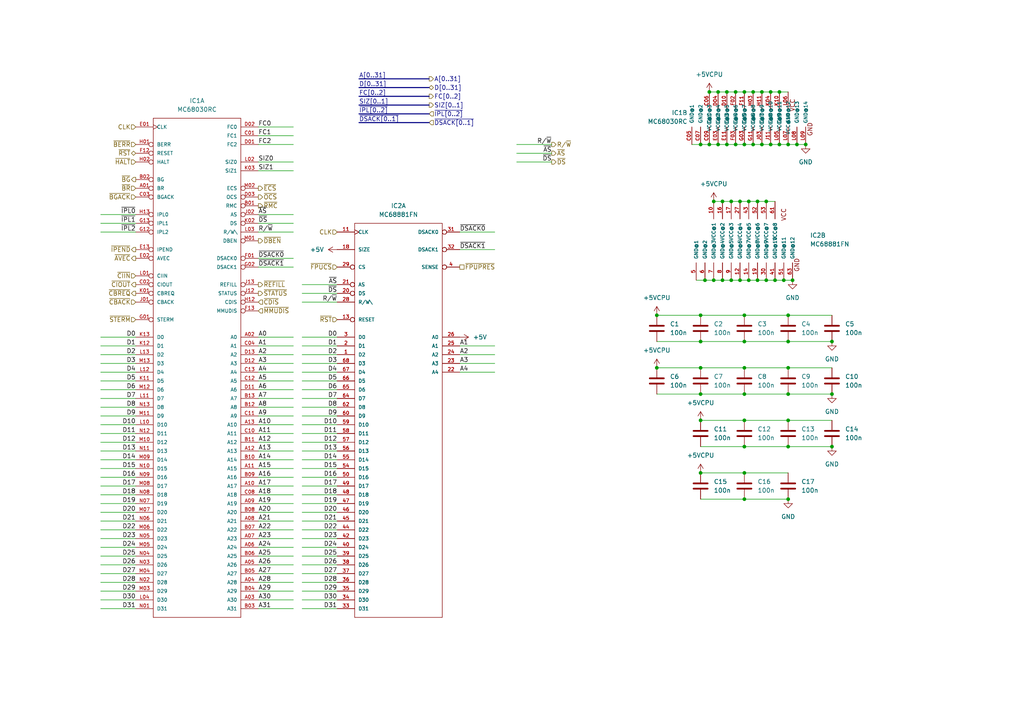
<source format=kicad_sch>
(kicad_sch (version 20230121) (generator eeschema)
  (paper "A4")
  (lib_symbols
    (symbol "Device:C" (pin_numbers hide) (pin_names (offset 0.254))
      (property "Reference" "C" (at 0.635 2.54 0))
      (property "Value" "C" (at 0.635 -2.54 0))
      (symbol "C_0_1"
        (polyline (pts (xy -2.032 -0.762) (xy 2.032 -0.762)) (stroke (width 0.508)))
        (polyline (pts (xy -2.032 0.762) (xy 2.032 0.762)) (stroke (width 0.508)))
      )
      (symbol "C_1_1"
        (pin passive line (at 0 3.81 270) (length 2.794) (name "~") (number "1"))
        (pin passive line (at 0 -3.81 90) (length 2.794) (name "~") (number "2"))
      )
    )
    (symbol "m68k-hbc-pwr:+5VCPU" (power) (in_bom no) (on_board no)
      (property "Value" "+5VCPU" (at 0 3.81 0))
      (symbol "+5VCPU_0_1"
        (polyline (pts (xy -0.762 1.27) (xy 0 2.54)))
        (polyline (pts (xy 0 0) (xy 0 2.54)))
        (polyline (pts (xy 0 2.54) (xy 0.762 1.27)))
      )
      (symbol "+5VCPU_1_1"
        (pin power_in line (at 0 0 90) (length 0) hide (name "+5VCPU") (number "1"))
      )
    )
    (symbol "micro-mc68000:MC68030RC" (pin_names (offset 1.016))
      (property "Reference" "IC" (at -12.7 71.755 0))
      (property "Value" "MC68030RC" (at -12.7 -76.2 0))
      (symbol "MC68030RC_1_0"
        (polyline (pts (xy -12.7 -73.66) (xy -12.7 71.12)))
        (polyline (pts (xy -12.7 -73.66) (xy 12.7 -73.66)))
        (polyline (pts (xy 12.7 71.12) (xy -12.7 71.12)))
        (polyline (pts (xy 12.7 71.12) (xy 12.7 -73.66)))
      )
      (symbol "MC68030RC_1_1"
        (pin input inverted (at -17.78 50.8 0) (length 5.08) (name "BR") (number "A01"))
        (pin output line (at 17.78 7.62 180) (length 5.08) (name "A0") (number "A02"))
        (pin output line (at 17.78 -68.58 180) (length 5.08) (name "A30") (number "A03"))
        (pin output line (at 17.78 -63.5 180) (length 5.08) (name "A28") (number "A04"))
        (pin output line (at 17.78 -58.42 180) (length 5.08) (name "A26") (number "A05"))
        (pin output line (at 17.78 -53.34 180) (length 5.08) (name "A24") (number "A06"))
        (pin output line (at 17.78 -50.8 180) (length 5.08) (name "A23") (number "A07"))
        (pin output line (at 17.78 -45.72 180) (length 5.08) (name "A21") (number "A08"))
        (pin output line (at 17.78 -40.64 180) (length 5.08) (name "A19") (number "A09"))
        (pin output line (at 17.78 -35.56 180) (length 5.08) (name "A17") (number "A10"))
        (pin output line (at 17.78 -30.48 180) (length 5.08) (name "A15") (number "A11"))
        (pin output line (at 17.78 -25.4 180) (length 5.08) (name "A13") (number "A12"))
        (pin output line (at 17.78 -17.78 180) (length 5.08) (name "A10") (number "A13"))
        (pin output inverted (at 17.78 45.72 180) (length 5.08) (name "RMC") (number "B01"))
        (pin output inverted (at -17.78 53.34 0) (length 5.08) (name "BG") (number "B02"))
        (pin output line (at 17.78 -71.12 180) (length 5.08) (name "A31") (number "B03"))
        (pin output line (at 17.78 -66.04 180) (length 5.08) (name "A29") (number "B04"))
        (pin output line (at 17.78 -60.96 180) (length 5.08) (name "A27") (number "B05"))
        (pin output line (at 17.78 -55.88 180) (length 5.08) (name "A25") (number "B06"))
        (pin output line (at 17.78 -48.26 180) (length 5.08) (name "A22") (number "B07"))
        (pin output line (at 17.78 -43.18 180) (length 5.08) (name "A20") (number "B08"))
        (pin output line (at 17.78 -33.02 180) (length 5.08) (name "A16") (number "B09"))
        (pin output line (at 17.78 -27.94 180) (length 5.08) (name "A14") (number "B10"))
        (pin output line (at 17.78 -22.86 180) (length 5.08) (name "A12") (number "B11"))
        (pin output line (at 17.78 -12.7 180) (length 5.08) (name "A8") (number "B12"))
        (pin output line (at 17.78 -10.16 180) (length 5.08) (name "A7") (number "B13"))
        (pin output line (at 17.78 66.04 180) (length 5.08) (name "FC1") (number "C01"))
        (pin output inverted (at -17.78 22.86 0) (length 5.08) (name "CIOUT") (number "C02"))
        (pin input inverted (at -17.78 48.26 0) (length 5.08) (name "BGACK") (number "C03"))
        (pin output line (at 17.78 5.08 180) (length 5.08) (name "A1") (number "C04"))
        (pin output line (at 17.78 -38.1 180) (length 5.08) (name "A18") (number "C08"))
        (pin output line (at 17.78 -20.32 180) (length 5.08) (name "A11") (number "C10"))
        (pin output line (at 17.78 -15.24 180) (length 5.08) (name "A9") (number "C11"))
        (pin output line (at 17.78 -5.08 180) (length 5.08) (name "A5") (number "C12"))
        (pin output line (at 17.78 -2.54 180) (length 5.08) (name "A4") (number "C13"))
        (pin output line (at 17.78 63.5 180) (length 5.08) (name "FC2") (number "D01"))
        (pin output line (at 17.78 68.58 180) (length 5.08) (name "FC0") (number "D02"))
        (pin output inverted (at 17.78 48.26 180) (length 5.08) (name "OCS") (number "D03"))
        (pin output line (at 17.78 -7.62 180) (length 5.08) (name "A6") (number "D11"))
        (pin output line (at 17.78 0 180) (length 5.08) (name "A3") (number "D12"))
        (pin output line (at 17.78 2.54 180) (length 5.08) (name "A2") (number "D13"))
        (pin input clock (at -17.78 68.58 0) (length 5.08) (name "CLK") (number "E01"))
        (pin input inverted (at -17.78 30.48 0) (length 5.08) (name "AVEC") (number "E02"))
        (pin output inverted (at -17.78 33.02 0) (length 5.08) (name "IPEND") (number "E13"))
        (pin input inverted (at 17.78 30.48 180) (length 5.08) (name "DSACK0") (number "F01"))
        (pin bidirectional inverted (at -17.78 60.96 0) (length 5.08) (name "RESET") (number "F12"))
        (pin input inverted (at 17.78 15.24 180) (length 5.08) (name "MMUDIS") (number "F13"))
        (pin input inverted (at -17.78 12.7 0) (length 5.08) (name "STERM") (number "G01"))
        (pin input inverted (at 17.78 27.94 180) (length 5.08) (name "DSACK1") (number "G02"))
        (pin input inverted (at -17.78 38.1 0) (length 5.08) (name "IPL2") (number "G12"))
        (pin input inverted (at -17.78 40.64 0) (length 5.08) (name "IPL1") (number "G13"))
        (pin input inverted (at -17.78 63.5 0) (length 5.08) (name "BERR") (number "H01"))
        (pin input inverted (at -17.78 58.42 0) (length 5.08) (name "HALT") (number "H02"))
        (pin input inverted (at 17.78 17.78 180) (length 5.08) (name "CDIS") (number "H12"))
        (pin input inverted (at -17.78 43.18 0) (length 5.08) (name "IPL0") (number "H13"))
        (pin input inverted (at -17.78 17.78 0) (length 5.08) (name "CBACK") (number "J01"))
        (pin output inverted (at 17.78 43.18 180) (length 5.08) (name "AS") (number "J02"))
        (pin output inverted (at 17.78 20.32 180) (length 5.08) (name "STATUS") (number "J12"))
        (pin output inverted (at 17.78 22.86 180) (length 5.08) (name "REFILL") (number "J13"))
        (pin output inverted (at -17.78 20.32 0) (length 5.08) (name "CBREQ") (number "K01"))
        (pin output inverted (at 17.78 40.64 180) (length 5.08) (name "DS") (number "K02"))
        (pin output line (at 17.78 55.88 180) (length 5.08) (name "SIZ1") (number "K03"))
        (pin bidirectional line (at -17.78 -5.08 0) (length 5.08) (name "D5") (number "K11"))
        (pin bidirectional line (at -17.78 5.08 0) (length 5.08) (name "D1") (number "K12"))
        (pin bidirectional line (at -17.78 7.62 0) (length 5.08) (name "D0") (number "K13"))
        (pin input inverted (at -17.78 25.4 0) (length 5.08) (name "CIIN") (number "L01"))
        (pin output line (at 17.78 58.42 180) (length 5.08) (name "SIZ0") (number "L02"))
        (pin output line (at 17.78 38.1 180) (length 5.08) (name "R/W\\") (number "L03"))
        (pin bidirectional line (at -17.78 -68.58 0) (length 5.08) (name "D30") (number "L04"))
        (pin bidirectional line (at -17.78 -17.78 0) (length 5.08) (name "D10") (number "L10"))
        (pin bidirectional line (at -17.78 -10.16 0) (length 5.08) (name "D7") (number "L11"))
        (pin bidirectional line (at -17.78 -2.54 0) (length 5.08) (name "D4") (number "L12"))
        (pin bidirectional line (at -17.78 2.54 0) (length 5.08) (name "D2") (number "L13"))
        (pin output inverted (at 17.78 35.56 180) (length 5.08) (name "DBEN") (number "M01"))
        (pin output inverted (at 17.78 50.8 180) (length 5.08) (name "ECS") (number "M02"))
        (pin bidirectional line (at -17.78 -66.04 0) (length 5.08) (name "D29") (number "M03"))
        (pin bidirectional line (at -17.78 -60.96 0) (length 5.08) (name "D27") (number "M04"))
        (pin bidirectional line (at -17.78 -53.34 0) (length 5.08) (name "D24") (number "M05"))
        (pin bidirectional line (at -17.78 -48.26 0) (length 5.08) (name "D22") (number "M06"))
        (pin bidirectional line (at -17.78 -43.18 0) (length 5.08) (name "D20") (number "M07"))
        (pin bidirectional line (at -17.78 -35.56 0) (length 5.08) (name "D17") (number "M08"))
        (pin bidirectional line (at -17.78 -27.94 0) (length 5.08) (name "D14") (number "M09"))
        (pin bidirectional line (at -17.78 -22.86 0) (length 5.08) (name "D12") (number "M10"))
        (pin bidirectional line (at -17.78 -15.24 0) (length 5.08) (name "D9") (number "M11"))
        (pin bidirectional line (at -17.78 -7.62 0) (length 5.08) (name "D6") (number "M12"))
        (pin bidirectional line (at -17.78 0 0) (length 5.08) (name "D3") (number "M13"))
        (pin bidirectional line (at -17.78 -71.12 0) (length 5.08) (name "D31") (number "N01"))
        (pin bidirectional line (at -17.78 -63.5 0) (length 5.08) (name "D28") (number "N02"))
        (pin bidirectional line (at -17.78 -58.42 0) (length 5.08) (name "D26") (number "N03"))
        (pin bidirectional line (at -17.78 -55.88 0) (length 5.08) (name "D25") (number "N04"))
        (pin bidirectional line (at -17.78 -50.8 0) (length 5.08) (name "D23") (number "N05"))
        (pin bidirectional line (at -17.78 -45.72 0) (length 5.08) (name "D21") (number "N06"))
        (pin bidirectional line (at -17.78 -40.64 0) (length 5.08) (name "D19") (number "N07"))
        (pin bidirectional line (at -17.78 -38.1 0) (length 5.08) (name "D18") (number "N08"))
        (pin bidirectional line (at -17.78 -33.02 0) (length 5.08) (name "D16") (number "N09"))
        (pin bidirectional line (at -17.78 -30.48 0) (length 5.08) (name "D15") (number "N10"))
        (pin bidirectional line (at -17.78 -25.4 0) (length 5.08) (name "D13") (number "N11"))
        (pin bidirectional line (at -17.78 -20.32 0) (length 5.08) (name "D11") (number "N12"))
        (pin bidirectional line (at -17.78 -12.7 0) (length 5.08) (name "D8") (number "N13"))
      )
      (symbol "MC68030RC_2_0"
        (text "GND" (at 19.05 -3.175 1) (effects (font (size 1.27 1.27))))
        (text "VCC" (at 13.97 3.81 1) (effects (font (size 1.27 1.27))))
      )
      (symbol "MC68030RC_2_1"
        (pin power_in line (at -15.24 -7.62 90) (length 5.08) (name "GND@1") (number "C05"))
        (pin power_in line (at -10.16 7.62 270) (length 5.08) (name "VCC@1") (number "C06"))
        (pin power_in line (at -12.7 -7.62 90) (length 5.08) (name "GND@2") (number "C07"))
        (pin power_in line (at -10.16 -7.62 90) (length 5.08) (name "GND@3") (number "C09"))
        (pin power_in line (at -7.62 7.62 270) (length 5.08) (name "VCC@2") (number "D04"))
        (pin power_in line (at -5.08 7.62 270) (length 5.08) (name "VCC@3") (number "D10"))
        (pin power_in line (at -7.62 -7.62 90) (length 5.08) (name "GND@4") (number "E03"))
        (pin power_in line (at -5.08 -7.62 90) (length 5.08) (name "GND@5") (number "E11"))
        (pin power_in line (at -2.54 7.62 270) (length 5.08) (name "VCC@4") (number "F02"))
        (pin power_in line (at -2.54 -7.62 90) (length 5.08) (name "GND@6") (number "F03"))
        (pin power_in line (at 0 7.62 270) (length 5.08) (name "VCC@5") (number "F11"))
        (pin power_in line (at 0 -7.62 90) (length 5.08) (name "GND@7") (number "G03"))
        (pin power_in line (at 2.54 -7.62 90) (length 5.08) (name "GND@8") (number "G11"))
        (pin power_in line (at 2.54 7.62 270) (length 5.08) (name "VCC@6") (number "H03"))
        (pin power_in line (at 5.08 7.62 270) (length 5.08) (name "VCC@7") (number "H11"))
        (pin power_in line (at 5.08 -7.62 90) (length 5.08) (name "GND@9") (number "J03"))
        (pin power_in line (at 7.62 -7.62 90) (length 5.08) (name "GND@10") (number "J11"))
        (pin power_in line (at 7.62 7.62 270) (length 5.08) (name "VCC@8") (number "K04"))
        (pin power_in line (at 10.16 7.62 270) (length 5.08) (name "VCC@9") (number "K10"))
        (pin power_in line (at 10.16 -7.62 90) (length 5.08) (name "GND@11") (number "L05"))
        (pin power_in line (at 12.7 7.62 270) (length 5.08) (name "VCC@10") (number "L06"))
        (pin power_in line (at 12.7 -7.62 90) (length 5.08) (name "GND@12") (number "L07"))
        (pin power_in line (at 15.24 -7.62 90) (length 5.08) (name "GND@13") (number "L08"))
        (pin power_in line (at 17.78 -7.62 90) (length 5.08) (name "GND@14") (number "L09"))
      )
    )
    (symbol "micro-mc68000:MC68881FN" (pin_names (offset 1.016))
      (property "Reference" "IC" (at -12.7 56.515 0))
      (property "Value" "MC68881FN" (at -12.7 -60.96 0))
      (symbol "MC68881FN_1_0"
        (polyline (pts (xy -12.7 -58.42) (xy -12.7 55.88)))
        (polyline (pts (xy -12.7 -58.42) (xy 12.7 -58.42)))
        (polyline (pts (xy 12.7 55.88) (xy -12.7 55.88)))
        (polyline (pts (xy 12.7 55.88) (xy 12.7 -58.42)))
      )
      (symbol "MC68881FN_1_1"
        (pin bidirectional line (at -17.78 17.78 0) (length 5.08) (name "D2") (number "1"))
        (pin input clock (at -17.78 53.34 0) (length 5.08) (name "CLK") (number "11"))
        (pin input inverted (at -17.78 27.94 0) (length 5.08) (name "RESET") (number "13"))
        (pin input line (at -17.78 48.26 0) (length 5.08) (name "SIZE") (number "18"))
        (pin bidirectional line (at -17.78 20.32 0) (length 5.08) (name "D1") (number "2"))
        (pin input inverted (at -17.78 35.56 0) (length 5.08) (name "DS") (number "20"))
        (pin input inverted (at -17.78 38.1 0) (length 5.08) (name "AS") (number "21"))
        (pin input line (at 17.78 12.7 180) (length 5.08) (name "A4") (number "22"))
        (pin input line (at 17.78 15.24 180) (length 5.08) (name "A3") (number "23"))
        (pin input line (at 17.78 17.78 180) (length 5.08) (name "A2") (number "24"))
        (pin input line (at 17.78 20.32 180) (length 5.08) (name "A1") (number "25"))
        (pin input line (at 17.78 22.86 180) (length 5.08) (name "A0") (number "26"))
        (pin input line (at -17.78 33.02 0) (length 5.08) (name "R/W\\") (number "28"))
        (pin input inverted (at -17.78 43.18 0) (length 5.08) (name "CS") (number "29"))
        (pin bidirectional line (at -17.78 22.86 0) (length 5.08) (name "D0") (number "3"))
        (pin output inverted (at 17.78 53.34 180) (length 5.08) (name "DSACK0") (number "31"))
        (pin output inverted (at 17.78 48.26 180) (length 5.08) (name "DSACK1") (number "32"))
        (pin bidirectional line (at -17.78 -55.88 0) (length 5.08) (name "D31") (number "33"))
        (pin bidirectional line (at -17.78 -53.34 0) (length 5.08) (name "D30") (number "34"))
        (pin bidirectional line (at -17.78 -50.8 0) (length 5.08) (name "D29") (number "35"))
        (pin bidirectional line (at -17.78 -48.26 0) (length 5.08) (name "D28") (number "36"))
        (pin bidirectional line (at -17.78 -45.72 0) (length 5.08) (name "D27") (number "37"))
        (pin bidirectional line (at -17.78 -43.18 0) (length 5.08) (name "D26") (number "38"))
        (pin bidirectional line (at -17.78 -40.64 0) (length 5.08) (name "D25") (number "39"))
        (pin bidirectional inverted (at 17.78 43.18 180) (length 5.08) (name "SENSE") (number "4"))
        (pin bidirectional line (at -17.78 -38.1 0) (length 5.08) (name "D24") (number "40"))
        (pin bidirectional line (at -17.78 -35.56 0) (length 5.08) (name "D23") (number "42"))
        (pin bidirectional line (at -17.78 -33.02 0) (length 5.08) (name "D22") (number "44"))
        (pin bidirectional line (at -17.78 -30.48 0) (length 5.08) (name "D21") (number "45"))
        (pin bidirectional line (at -17.78 -27.94 0) (length 5.08) (name "D20") (number "46"))
        (pin bidirectional line (at -17.78 -25.4 0) (length 5.08) (name "D19") (number "47"))
        (pin bidirectional line (at -17.78 -22.86 0) (length 5.08) (name "D18") (number "48"))
        (pin bidirectional line (at -17.78 -20.32 0) (length 5.08) (name "D17") (number "49"))
        (pin bidirectional line (at -17.78 -17.78 0) (length 5.08) (name "D16") (number "50"))
        (pin bidirectional line (at -17.78 -15.24 0) (length 5.08) (name "D15") (number "54"))
        (pin bidirectional line (at -17.78 -12.7 0) (length 5.08) (name "D14") (number "55"))
        (pin bidirectional line (at -17.78 -10.16 0) (length 5.08) (name "D13") (number "56"))
        (pin bidirectional line (at -17.78 -7.62 0) (length 5.08) (name "D12") (number "57"))
        (pin bidirectional line (at -17.78 -5.08 0) (length 5.08) (name "D11") (number "58"))
        (pin bidirectional line (at -17.78 -2.54 0) (length 5.08) (name "D10") (number "59"))
        (pin bidirectional line (at -17.78 0 0) (length 5.08) (name "D9") (number "60"))
        (pin bidirectional line (at -17.78 2.54 0) (length 5.08) (name "D8") (number "62"))
        (pin bidirectional line (at -17.78 5.08 0) (length 5.08) (name "D7") (number "64"))
        (pin bidirectional line (at -17.78 7.62 0) (length 5.08) (name "D6") (number "65"))
        (pin bidirectional line (at -17.78 10.16 0) (length 5.08) (name "D5") (number "66"))
        (pin bidirectional line (at -17.78 12.7 0) (length 5.08) (name "D4") (number "67"))
        (pin bidirectional line (at -17.78 15.24 0) (length 5.08) (name "D3") (number "68"))
      )
      (symbol "MC68881FN_2_0"
        (text "GND" (at 16.51 -3.175 1) (effects (font (size 1.27 1.27))))
        (text "VCC" (at 12.7 11.43 1) (effects (font (size 1.27 1.27))))
      )
      (symbol "MC68881FN_2_1"
        (pin power_in line (at -7.62 15.24 270) (length 5.08) (name "VCC@1") (number "10"))
        (pin power_in line (at 0 -7.62 90) (length 5.08) (name "GND@6") (number "12"))
        (pin power_in line (at 2.54 -7.62 90) (length 5.08) (name "GND@7") (number "14"))
        (pin power_in line (at -5.08 15.24 270) (length 5.08) (name "VCC@2") (number "16"))
        (pin power_in line (at -2.54 15.24 270) (length 5.08) (name "VCC@3") (number "17"))
        (pin power_in line (at 5.08 -7.62 90) (length 5.08) (name "GND@8") (number "19"))
        (pin power_in line (at 0 15.24 270) (length 5.08) (name "VCC@4") (number "27"))
        (pin power_in line (at 7.62 -7.62 90) (length 5.08) (name "GND@9") (number "30"))
        (pin power_in line (at 10.16 -7.62 90) (length 5.08) (name "GND@10") (number "41"))
        (pin power_in line (at 2.54 15.24 270) (length 5.08) (name "VCC@5") (number "43"))
        (pin power_in line (at -12.7 -7.62 90) (length 5.08) (name "GND@1") (number "5"))
        (pin power_in line (at 12.7 -7.62 90) (length 5.08) (name "GND@11") (number "51"))
        (pin power_in line (at 5.08 15.24 270) (length 5.08) (name "VCC@6") (number "52"))
        (pin power_in line (at 7.62 15.24 270) (length 5.08) (name "VCC@7") (number "53"))
        (pin power_in line (at -10.16 -7.62 90) (length 5.08) (name "GND@2") (number "6"))
        (pin power_in line (at 10.16 15.24 270) (length 5.08) (name "VCC@8") (number "61"))
        (pin power_in line (at 15.24 -7.62 90) (length 5.08) (name "GND@12") (number "63"))
        (pin power_in line (at -7.62 -7.62 90) (length 5.08) (name "GND@3") (number "7"))
        (pin power_in line (at -5.08 -7.62 90) (length 5.08) (name "GND@4") (number "8"))
        (pin power_in line (at -2.54 -7.62 90) (length 5.08) (name "GND@5") (number "9"))
      )
    )
    (symbol "power:+5V" (power) (pin_names (offset 0))
      (property "Value" "+5V" (at 0 3.556 0))
      (symbol "+5V_0_1"
        (polyline (pts (xy -0.762 1.27) (xy 0 2.54)))
        (polyline (pts (xy 0 0) (xy 0 2.54)))
        (polyline (pts (xy 0 2.54) (xy 0.762 1.27)))
      )
      (symbol "+5V_1_1"
        (pin power_in line (at 0 0 90) (length 0) hide (name "+5V") (number "1"))
      )
    )
    (symbol "power:GND" (power) (pin_names (offset 0))
      (property "Value" "GND" (at 0 -3.81 0))
      (symbol "GND_0_1"
        (polyline (pts (xy 0 0) (xy 0 -1.27) (xy 1.27 -1.27) (xy 0 -2.54) (xy -1.27 -1.27) (xy 0 -1.27)))
      )
      (symbol "GND_1_1"
        (pin power_in line (at 0 0 270) (length 0) hide (name "GND") (number "1"))
      )
    )
  )
  (junction (at 220.98 26.67))
  (junction (at 223.52 26.67))
  (junction (at 215.9 114.3))
  (junction (at 224.79 81.28))
  (junction (at 208.28 41.91))
  (junction (at 203.2 137.16))
  (junction (at 205.74 41.91))
  (junction (at 209.55 81.28))
  (junction (at 228.6 91.44))
  (junction (at 241.3 129.54))
  (junction (at 215.9 26.67))
  (junction (at 213.36 26.67))
  (junction (at 226.06 26.67))
  (junction (at 228.6 114.3))
  (junction (at 215.9 129.54))
  (junction (at 228.6 99.06))
  (junction (at 219.71 81.28))
  (junction (at 227.33 81.28))
  (junction (at 223.52 41.91))
  (junction (at 208.28 26.67))
  (junction (at 228.6 106.68))
  (junction (at 214.63 81.28))
  (junction (at 215.9 91.44))
  (junction (at 241.3 114.3))
  (junction (at 218.44 26.67))
  (junction (at 215.9 137.16))
  (junction (at 203.2 91.44))
  (junction (at 203.2 121.92))
  (junction (at 210.82 26.67))
  (junction (at 209.55 58.42))
  (junction (at 212.09 81.28))
  (junction (at 215.9 121.92))
  (junction (at 210.82 41.91))
  (junction (at 203.2 99.06))
  (junction (at 215.9 106.68))
  (junction (at 226.06 41.91))
  (junction (at 215.9 144.78))
  (junction (at 233.68 41.91))
  (junction (at 228.6 144.78))
  (junction (at 228.6 129.54))
  (junction (at 219.71 58.42))
  (junction (at 207.01 58.42))
  (junction (at 190.5 91.44))
  (junction (at 229.87 81.28))
  (junction (at 241.3 99.06))
  (junction (at 218.44 41.91))
  (junction (at 214.63 58.42))
  (junction (at 204.47 81.28))
  (junction (at 231.14 41.91))
  (junction (at 213.36 41.91))
  (junction (at 205.74 26.67))
  (junction (at 228.6 41.91))
  (junction (at 222.25 58.42))
  (junction (at 228.6 121.92))
  (junction (at 190.5 106.68))
  (junction (at 203.2 114.3))
  (junction (at 203.2 41.91))
  (junction (at 203.2 106.68))
  (junction (at 215.9 41.91))
  (junction (at 217.17 58.42))
  (junction (at 207.01 81.28))
  (junction (at 220.98 41.91))
  (junction (at 222.25 81.28))
  (junction (at 217.17 81.28))
  (junction (at 215.9 99.06))
  (junction (at 212.09 58.42))
  (wire (pts (xy 87.63 156.21) (xy 97.79 156.21)))
  (wire (pts (xy 87.63 153.67) (xy 97.79 153.67)))
  (wire (pts (xy 29.21 105.41) (xy 39.37 105.41)))
  (wire (pts (xy 85.09 143.51) (xy 74.93 143.51)))
  (wire (pts (xy 87.63 133.35) (xy 97.79 133.35)))
  (wire (pts (xy 87.63 151.13) (xy 97.79 151.13)))
  (wire (pts (xy 212.09 81.28) (xy 209.55 81.28)))
  (wire (pts (xy 85.09 123.19) (xy 74.93 123.19)))
  (wire (pts (xy 87.63 146.05) (xy 97.79 146.05)))
  (wire (pts (xy 215.9 114.3) (xy 203.2 114.3)))
  (wire (pts (xy 85.09 115.57) (xy 74.93 115.57)))
  (wire (pts (xy 87.63 120.65) (xy 97.79 120.65)))
  (wire (pts (xy 223.52 41.91) (xy 220.98 41.91)))
  (wire (pts (xy 205.74 41.91) (xy 203.2 41.91)))
  (bus (pts (xy 104.14 22.86) (xy 124.46 22.86)))
  (wire (pts (xy 143.51 107.95) (xy 133.35 107.95)))
  (wire (pts (xy 85.09 110.49) (xy 74.93 110.49)))
  (wire (pts (xy 87.63 125.73) (xy 97.79 125.73)))
  (wire (pts (xy 29.21 161.29) (xy 39.37 161.29)))
  (wire (pts (xy 85.09 120.65) (xy 74.93 120.65)))
  (wire (pts (xy 87.63 87.63) (xy 97.79 87.63)))
  (wire (pts (xy 149.86 44.45) (xy 160.02 44.45)))
  (wire (pts (xy 29.21 148.59) (xy 39.37 148.59)))
  (wire (pts (xy 85.09 151.13) (xy 74.93 151.13)))
  (wire (pts (xy 87.63 113.03) (xy 97.79 113.03)))
  (wire (pts (xy 85.09 118.11) (xy 74.93 118.11)))
  (wire (pts (xy 210.82 26.67) (xy 213.36 26.67)))
  (wire (pts (xy 29.21 163.83) (xy 39.37 163.83)))
  (wire (pts (xy 213.36 41.91) (xy 210.82 41.91)))
  (wire (pts (xy 85.09 153.67) (xy 74.93 153.67)))
  (wire (pts (xy 85.09 97.79) (xy 74.93 97.79)))
  (wire (pts (xy 85.09 100.33) (xy 74.93 100.33)))
  (wire (pts (xy 214.63 81.28) (xy 212.09 81.28)))
  (wire (pts (xy 29.21 67.31) (xy 39.37 67.31)))
  (wire (pts (xy 143.51 72.39) (xy 133.35 72.39)))
  (wire (pts (xy 87.63 110.49) (xy 97.79 110.49)))
  (wire (pts (xy 85.09 107.95) (xy 74.93 107.95)))
  (wire (pts (xy 85.09 135.89) (xy 74.93 135.89)))
  (wire (pts (xy 241.3 129.54) (xy 228.6 129.54)))
  (wire (pts (xy 85.09 113.03) (xy 74.93 113.03)))
  (wire (pts (xy 203.2 91.44) (xy 215.9 91.44)))
  (wire (pts (xy 29.21 153.67) (xy 39.37 153.67)))
  (wire (pts (xy 207.01 58.42) (xy 209.55 58.42)))
  (wire (pts (xy 218.44 41.91) (xy 215.9 41.91)))
  (wire (pts (xy 233.68 41.91) (xy 231.14 41.91)))
  (wire (pts (xy 29.21 140.97) (xy 39.37 140.97)))
  (wire (pts (xy 85.09 148.59) (xy 74.93 148.59)))
  (wire (pts (xy 228.6 144.78) (xy 215.9 144.78)))
  (wire (pts (xy 29.21 135.89) (xy 39.37 135.89)))
  (wire (pts (xy 215.9 129.54) (xy 203.2 129.54)))
  (wire (pts (xy 85.09 77.47) (xy 74.93 77.47)))
  (wire (pts (xy 228.6 106.68) (xy 241.3 106.68)))
  (wire (pts (xy 214.63 58.42) (xy 217.17 58.42)))
  (wire (pts (xy 85.09 173.99) (xy 74.93 173.99)))
  (wire (pts (xy 212.09 58.42) (xy 214.63 58.42)))
  (wire (pts (xy 85.09 133.35) (xy 74.93 133.35)))
  (wire (pts (xy 215.9 144.78) (xy 203.2 144.78)))
  (wire (pts (xy 85.09 138.43) (xy 74.93 138.43)))
  (wire (pts (xy 143.51 67.31) (xy 133.35 67.31)))
  (bus (pts (xy 104.14 33.02) (xy 124.46 33.02)))
  (wire (pts (xy 220.98 41.91) (xy 218.44 41.91)))
  (wire (pts (xy 29.21 176.53) (xy 39.37 176.53)))
  (wire (pts (xy 87.63 140.97) (xy 97.79 140.97)))
  (wire (pts (xy 87.63 176.53) (xy 97.79 176.53)))
  (wire (pts (xy 224.79 81.28) (xy 222.25 81.28)))
  (wire (pts (xy 241.3 99.06) (xy 228.6 99.06)))
  (wire (pts (xy 143.51 105.41) (xy 133.35 105.41)))
  (wire (pts (xy 85.09 64.77) (xy 74.93 64.77)))
  (wire (pts (xy 87.63 130.81) (xy 97.79 130.81)))
  (wire (pts (xy 218.44 26.67) (xy 220.98 26.67)))
  (wire (pts (xy 149.86 46.99) (xy 160.02 46.99)))
  (wire (pts (xy 227.33 81.28) (xy 224.79 81.28)))
  (wire (pts (xy 215.9 99.06) (xy 203.2 99.06)))
  (wire (pts (xy 228.6 114.3) (xy 215.9 114.3)))
  (wire (pts (xy 228.6 121.92) (xy 241.3 121.92)))
  (wire (pts (xy 215.9 91.44) (xy 228.6 91.44)))
  (wire (pts (xy 143.51 102.87) (xy 133.35 102.87)))
  (wire (pts (xy 87.63 166.37) (xy 97.79 166.37)))
  (wire (pts (xy 190.5 91.44) (xy 203.2 91.44)))
  (wire (pts (xy 29.21 146.05) (xy 39.37 146.05)))
  (wire (pts (xy 85.09 163.83) (xy 74.93 163.83)))
  (wire (pts (xy 203.2 121.92) (xy 215.9 121.92)))
  (wire (pts (xy 29.21 158.75) (xy 39.37 158.75)))
  (wire (pts (xy 85.09 158.75) (xy 74.93 158.75)))
  (bus (pts (xy 104.14 27.94) (xy 124.46 27.94)))
  (bus (pts (xy 104.14 25.4) (xy 124.46 25.4)))
  (wire (pts (xy 29.21 168.91) (xy 39.37 168.91)))
  (wire (pts (xy 228.6 99.06) (xy 215.9 99.06)))
  (wire (pts (xy 190.5 106.68) (xy 203.2 106.68)))
  (wire (pts (xy 203.2 137.16) (xy 215.9 137.16)))
  (wire (pts (xy 210.82 41.91) (xy 208.28 41.91)))
  (wire (pts (xy 215.9 137.16) (xy 228.6 137.16)))
  (wire (pts (xy 85.09 128.27) (xy 74.93 128.27)))
  (wire (pts (xy 29.21 102.87) (xy 39.37 102.87)))
  (wire (pts (xy 143.51 100.33) (xy 133.35 100.33)))
  (wire (pts (xy 87.63 105.41) (xy 97.79 105.41)))
  (wire (pts (xy 85.09 49.53) (xy 74.93 49.53)))
  (wire (pts (xy 231.14 41.91) (xy 228.6 41.91)))
  (wire (pts (xy 85.09 102.87) (xy 74.93 102.87)))
  (bus (pts (xy 104.14 30.48) (xy 124.46 30.48)))
  (wire (pts (xy 29.21 130.81) (xy 39.37 130.81)))
  (wire (pts (xy 149.86 41.91) (xy 160.02 41.91)))
  (wire (pts (xy 215.9 41.91) (xy 213.36 41.91)))
  (wire (pts (xy 87.63 173.99) (xy 97.79 173.99)))
  (wire (pts (xy 87.63 118.11) (xy 97.79 118.11)))
  (wire (pts (xy 85.09 171.45) (xy 74.93 171.45)))
  (wire (pts (xy 29.21 156.21) (xy 39.37 156.21)))
  (wire (pts (xy 87.63 158.75) (xy 97.79 158.75)))
  (wire (pts (xy 85.09 130.81) (xy 74.93 130.81)))
  (wire (pts (xy 29.21 151.13) (xy 39.37 151.13)))
  (wire (pts (xy 85.09 176.53) (xy 74.93 176.53)))
  (wire (pts (xy 215.9 106.68) (xy 228.6 106.68)))
  (wire (pts (xy 228.6 41.91) (xy 226.06 41.91)))
  (wire (pts (xy 203.2 41.91) (xy 200.66 41.91)))
  (wire (pts (xy 203.2 106.68) (xy 215.9 106.68)))
  (wire (pts (xy 29.21 118.11) (xy 39.37 118.11)))
  (wire (pts (xy 209.55 58.42) (xy 212.09 58.42)))
  (wire (pts (xy 219.71 81.28) (xy 217.17 81.28)))
  (wire (pts (xy 228.6 91.44) (xy 241.3 91.44)))
  (wire (pts (xy 222.25 58.42) (xy 224.79 58.42)))
  (wire (pts (xy 87.63 115.57) (xy 97.79 115.57)))
  (wire (pts (xy 226.06 41.91) (xy 223.52 41.91)))
  (wire (pts (xy 29.21 133.35) (xy 39.37 133.35)))
  (wire (pts (xy 29.21 138.43) (xy 39.37 138.43)))
  (wire (pts (xy 87.63 143.51) (xy 97.79 143.51)))
  (wire (pts (xy 87.63 107.95) (xy 97.79 107.95)))
  (wire (pts (xy 203.2 114.3) (xy 190.5 114.3)))
  (wire (pts (xy 87.63 138.43) (xy 97.79 138.43)))
  (wire (pts (xy 85.09 140.97) (xy 74.93 140.97)))
  (wire (pts (xy 217.17 81.28) (xy 214.63 81.28)))
  (wire (pts (xy 29.21 62.23) (xy 39.37 62.23)))
  (wire (pts (xy 29.21 173.99) (xy 39.37 173.99)))
  (wire (pts (xy 209.55 81.28) (xy 207.01 81.28)))
  (wire (pts (xy 226.06 26.67) (xy 228.6 26.67)))
  (wire (pts (xy 85.09 62.23) (xy 74.93 62.23)))
  (wire (pts (xy 217.17 58.42) (xy 219.71 58.42)))
  (wire (pts (xy 85.09 39.37) (xy 74.93 39.37)))
  (wire (pts (xy 85.09 166.37) (xy 74.93 166.37)))
  (wire (pts (xy 29.21 97.79) (xy 39.37 97.79)))
  (wire (pts (xy 85.09 161.29) (xy 74.93 161.29)))
  (wire (pts (xy 223.52 26.67) (xy 226.06 26.67)))
  (wire (pts (xy 85.09 67.31) (xy 74.93 67.31)))
  (wire (pts (xy 208.28 41.91) (xy 205.74 41.91)))
  (wire (pts (xy 87.63 171.45) (xy 97.79 171.45)))
  (wire (pts (xy 29.21 125.73) (xy 39.37 125.73)))
  (wire (pts (xy 85.09 36.83) (xy 74.93 36.83)))
  (wire (pts (xy 87.63 123.19) (xy 97.79 123.19)))
  (wire (pts (xy 29.21 110.49) (xy 39.37 110.49)))
  (wire (pts (xy 29.21 143.51) (xy 39.37 143.51)))
  (wire (pts (xy 228.6 129.54) (xy 215.9 129.54)))
  (wire (pts (xy 87.63 163.83) (xy 97.79 163.83)))
  (wire (pts (xy 207.01 81.28) (xy 204.47 81.28)))
  (wire (pts (xy 29.21 107.95) (xy 39.37 107.95)))
  (wire (pts (xy 29.21 128.27) (xy 39.37 128.27)))
  (wire (pts (xy 87.63 161.29) (xy 97.79 161.29)))
  (wire (pts (xy 85.09 125.73) (xy 74.93 125.73)))
  (wire (pts (xy 29.21 123.19) (xy 39.37 123.19)))
  (wire (pts (xy 213.36 26.67) (xy 215.9 26.67)))
  (wire (pts (xy 29.21 166.37) (xy 39.37 166.37)))
  (wire (pts (xy 85.09 156.21) (xy 74.93 156.21)))
  (wire (pts (xy 87.63 85.09) (xy 97.79 85.09)))
  (wire (pts (xy 222.25 81.28) (xy 219.71 81.28)))
  (wire (pts (xy 29.21 171.45) (xy 39.37 171.45)))
  (wire (pts (xy 29.21 64.77) (xy 39.37 64.77)))
  (wire (pts (xy 85.09 105.41) (xy 74.93 105.41)))
  (wire (pts (xy 29.21 100.33) (xy 39.37 100.33)))
  (wire (pts (xy 85.09 74.93) (xy 74.93 74.93)))
  (wire (pts (xy 87.63 97.79) (xy 97.79 97.79)))
  (wire (pts (xy 87.63 135.89) (xy 97.79 135.89)))
  (wire (pts (xy 87.63 128.27) (xy 97.79 128.27)))
  (wire (pts (xy 29.21 120.65) (xy 39.37 120.65)))
  (wire (pts (xy 215.9 26.67) (xy 218.44 26.67)))
  (wire (pts (xy 85.09 46.99) (xy 74.93 46.99)))
  (wire (pts (xy 85.09 41.91) (xy 74.93 41.91)))
  (wire (pts (xy 208.28 26.67) (xy 210.82 26.67)))
  (wire (pts (xy 220.98 26.67) (xy 223.52 26.67)))
  (wire (pts (xy 29.21 115.57) (xy 39.37 115.57)))
  (wire (pts (xy 204.47 81.28) (xy 201.93 81.28)))
  (wire (pts (xy 87.63 100.33) (xy 97.79 100.33)))
  (wire (pts (xy 229.87 81.28) (xy 227.33 81.28)))
  (bus (pts (xy 104.14 35.56) (xy 124.46 35.56)))
  (wire (pts (xy 29.21 113.03) (xy 39.37 113.03)))
  (wire (pts (xy 87.63 168.91) (xy 97.79 168.91)))
  (wire (pts (xy 219.71 58.42) (xy 222.25 58.42)))
  (wire (pts (xy 85.09 168.91) (xy 74.93 168.91)))
  (wire (pts (xy 87.63 82.55) (xy 97.79 82.55)))
  (wire (pts (xy 85.09 146.05) (xy 74.93 146.05)))
  (wire (pts (xy 205.74 26.67) (xy 208.28 26.67)))
  (wire (pts (xy 215.9 121.92) (xy 228.6 121.92)))
  (wire (pts (xy 87.63 102.87) (xy 97.79 102.87)))
  (wire (pts (xy 241.3 114.3) (xy 228.6 114.3)))
  (wire (pts (xy 203.2 99.06) (xy 190.5 99.06)))
  (wire (pts (xy 87.63 148.59) (xy 97.79 148.59)))
  (label "D31" (at 97.79 176.53 180))
  (label "A1" (at 133.35 100.33 0))
  (label "D24" (at 39.37 158.75 180))
  (label "A22" (at 74.93 153.67 0))
  (label "A9" (at 74.93 120.65 0))
  (label "D18" (at 97.79 143.51 180))
  (label "~{DSACK[0..1]}" (at 104.14 35.56 0))
  (label "D4" (at 39.37 107.95 180))
  (label "D2" (at 97.79 102.87 180))
  (label "A7" (at 74.93 115.57 0))
  (label "A2" (at 133.35 102.87 0))
  (label "D10" (at 97.79 123.19 180))
  (label "A0" (at 74.93 97.79 0))
  (label "D13" (at 97.79 130.81 180))
  (label "D29" (at 97.79 171.45 180))
  (label "A16" (at 74.93 138.43 0))
  (label "A29" (at 74.93 171.45 0))
  (label "~{IPL1}" (at 39.37 64.77 180))
  (label "D14" (at 39.37 133.35 180))
  (label "D8" (at 39.37 118.11 180))
  (label "D17" (at 97.79 140.97 180))
  (label "A20" (at 74.93 148.59 0))
  (label "D12" (at 97.79 128.27 180))
  (label "A1" (at 74.93 100.33 0))
  (label "D0" (at 97.79 97.79 180))
  (label "D20" (at 39.37 148.59 180))
  (label "A28" (at 74.93 168.91 0))
  (label "A3" (at 133.35 105.41 0))
  (label "D27" (at 39.37 166.37 180))
  (label "D16" (at 39.37 138.43 180))
  (label "~{DSACK0}" (at 133.35 67.31 0))
  (label "D5" (at 39.37 110.49 180))
  (label "A17" (at 74.93 140.97 0))
  (label "A5" (at 74.93 110.49 0))
  (label "FC2" (at 74.93 41.91 0))
  (label "FC0" (at 74.93 36.83 0))
  (label "A31" (at 74.93 176.53 0))
  (label "D13" (at 39.37 130.81 180))
  (label "D19" (at 97.79 146.05 180))
  (label "A10" (at 74.93 123.19 0))
  (label "A[0..31]" (at 104.14 22.86 0))
  (label "D25" (at 97.79 161.29 180))
  (label "~{IPL0}" (at 39.37 62.23 180))
  (label "D16" (at 97.79 138.43 180))
  (label "D1" (at 97.79 100.33 180))
  (label "A24" (at 74.93 158.75 0))
  (label "D15" (at 97.79 135.89 180))
  (label "A15" (at 74.93 135.89 0))
  (label "A8" (at 74.93 118.11 0))
  (label "~{AS}" (at 97.79 82.55 180))
  (label "D1" (at 39.37 100.33 180))
  (label "R{slash}~{W}" (at 74.93 67.31 0))
  (label "D3" (at 39.37 105.41 180))
  (label "A14" (at 74.93 133.35 0))
  (label "D25" (at 39.37 161.29 180))
  (label "SIZ0" (at 74.93 46.99 0))
  (label "D7" (at 97.79 115.57 180))
  (label "A27" (at 74.93 166.37 0))
  (label "SIZ[0..1]" (at 104.14 30.48 0))
  (label "A11" (at 74.93 125.73 0))
  (label "D20" (at 97.79 148.59 180))
  (label "A3" (at 74.93 105.41 0))
  (label "A4" (at 74.93 107.95 0))
  (label "A2" (at 74.93 102.87 0))
  (label "A19" (at 74.93 146.05 0))
  (label "D12" (at 39.37 128.27 180))
  (label "~{AS}" (at 74.93 62.23 0))
  (label "~{DSACK1}" (at 133.35 72.39 0))
  (label "~{DS}" (at 160.02 46.99 180))
  (label "D9" (at 97.79 120.65 180))
  (label "D22" (at 97.79 153.67 180))
  (label "D30" (at 97.79 173.99 180))
  (label "D26" (at 39.37 163.83 180))
  (label "D9" (at 39.37 120.65 180))
  (label "A25" (at 74.93 161.29 0))
  (label "D19" (at 39.37 146.05 180))
  (label "R{slash}~{W}" (at 97.79 87.63 180))
  (label "D10" (at 39.37 123.19 180))
  (label "~{IPL2}" (at 39.37 67.31 180))
  (label "D18" (at 39.37 143.51 180))
  (label "R{slash}~{W}" (at 160.02 41.91 180))
  (label "D23" (at 97.79 156.21 180))
  (label "~{DSACK0}" (at 74.93 74.93 0))
  (label "D4" (at 97.79 107.95 180))
  (label "~{DS}" (at 74.93 64.77 0))
  (label "D5" (at 97.79 110.49 180))
  (label "A26" (at 74.93 163.83 0))
  (label "~{AS}" (at 160.02 44.45 180))
  (label "D8" (at 97.79 118.11 180))
  (label "D23" (at 39.37 156.21 180))
  (label "A12" (at 74.93 128.27 0))
  (label "A30" (at 74.93 173.99 0))
  (label "D7" (at 39.37 115.57 180))
  (label "A6" (at 74.93 113.03 0))
  (label "D21" (at 39.37 151.13 180))
  (label "FC[0..2]" (at 104.14 27.94 0))
  (label "D17" (at 39.37 140.97 180))
  (label "D31" (at 39.37 176.53 180))
  (label "SIZ1" (at 74.93 49.53 0))
  (label "D24" (at 97.79 158.75 180))
  (label "D14" (at 97.79 133.35 180))
  (label "A23" (at 74.93 156.21 0))
  (label "~{DS}" (at 97.79 85.09 180))
  (label "D26" (at 97.79 163.83 180))
  (label "A4" (at 133.35 107.95 0))
  (label "D30" (at 39.37 173.99 180))
  (label "D[0..31]" (at 104.14 25.4 0))
  (label "D28" (at 97.79 168.91 180))
  (label "D2" (at 39.37 102.87 180))
  (label "D3" (at 97.79 105.41 180))
  (label "D29" (at 39.37 171.45 180))
  (label "D11" (at 39.37 125.73 180))
  (label "~{DSACK1}" (at 74.93 77.47 0))
  (label "~{IPL[0..2]}" (at 104.14 33.02 0))
  (label "D21" (at 97.79 151.13 180))
  (label "A13" (at 74.93 130.81 0))
  (label "A18" (at 74.93 143.51 0))
  (label "D27" (at 97.79 166.37 180))
  (label "D6" (at 39.37 113.03 180))
  (label "D6" (at 97.79 113.03 180))
  (label "D11" (at 97.79 125.73 180))
  (label "D15" (at 39.37 135.89 180))
  (label "FC1" (at 74.93 39.37 0))
  (label "D0" (at 39.37 97.79 180))
  (label "A21" (at 74.93 151.13 0))
  (label "D22" (at 39.37 153.67 180))
  (label "D28" (at 39.37 168.91 180))
  (hierarchical_label "~{CBREQ}" (shape output) (at 39.37 85.09 180))
  (hierarchical_label "~{REFILL}" (shape output) (at 74.93 82.55 0))
  (hierarchical_label "~{AVEC}" (shape output) (at 39.37 74.93 180))
  (hierarchical_label "SIZ[0..1]" (shape output) (at 124.46 30.48 0))
  (hierarchical_label "~{STATUS}" (shape output) (at 74.93 85.09 0))
  (hierarchical_label "~{RMC}" (shape output) (at 74.93 59.69 0))
  (hierarchical_label "~{CBACK}" (shape input) (at 39.37 87.63 180))
  (hierarchical_label "~{BR}" (shape input) (at 39.37 54.61 180))
  (hierarchical_label "A[0..31]" (shape output) (at 124.46 22.86 0))
  (hierarchical_label "~{IPL[0..2]}" (shape input) (at 124.46 33.02 0))
  (hierarchical_label "~{AS}" (shape output) (at 160.02 44.45 0))
  (hierarchical_label "~{CDIS}" (shape input) (at 74.93 87.63 0))
  (hierarchical_label "CLK" (shape input) (at 39.37 36.83 180))
  (hierarchical_label "~{MMUDIS}" (shape input) (at 74.93 90.17 0))
  (hierarchical_label "~{RST}" (shape bidirectional) (at 39.37 44.45 180))
  (hierarchical_label "FC[0..2]" (shape output) (at 124.46 27.94 0))
  (hierarchical_label "~{FPUPRES}" (shape passive) (at 133.35 77.47 0))
  (hierarchical_label "~{ECS}" (shape output) (at 74.93 54.61 0))
  (hierarchical_label "~{RST}" (shape input) (at 97.79 92.71 180))
  (hierarchical_label "CLK" (shape input) (at 97.79 67.31 180))
  (hierarchical_label "~{BERR}" (shape input) (at 39.37 41.91 180))
  (hierarchical_label "~{OCS}" (shape output) (at 74.93 57.15 0))
  (hierarchical_label "~{STERM}" (shape input) (at 39.37 92.71 180))
  (hierarchical_label "R{slash}~{W}" (shape output) (at 160.02 41.91 0))
  (hierarchical_label "~{HALT}" (shape input) (at 39.37 46.99 180))
  (hierarchical_label "~{DBEN}" (shape output) (at 74.93 69.85 0))
  (hierarchical_label "~{IPEND}" (shape output) (at 39.37 72.39 180))
  (hierarchical_label "~{DS}" (shape output) (at 160.02 46.99 0))
  (hierarchical_label "~{FPUCS}" (shape input) (at 97.79 77.47 180))
  (hierarchical_label "~{CIOUT}" (shape output) (at 39.37 82.55 180))
  (hierarchical_label "~{BGACK}" (shape input) (at 39.37 57.15 180))
  (hierarchical_label "~{CIIN}" (shape input) (at 39.37 80.01 180))
  (hierarchical_label "~{BG}" (shape output) (at 39.37 52.07 180))
  (hierarchical_label "~{DSACK[0..1]}" (shape input) (at 124.46 35.56 0))
  (hierarchical_label "D[0..31]" (shape bidirectional) (at 124.46 25.4 0))
  (symbol (lib_id "Device:C") (at 228.6 95.25 0) (unit 1)
    (property "Reference" "C4" (at 232.41 93.98 0) (effects (justify left)))
    (property "Value" "100n" (at 232.41 96.52 0) (effects (justify left)))
    (property "Footprint" "Capacitor_SMD:C_0603_1608Metric_Pad1.08x0.95mm_HandSolder" (effects hide))
  )
  (symbol (lib_id "Device:C") (at 241.3 95.25 0) (unit 1)
    (property "Reference" "C5" (at 245.11 93.98 0) (effects (justify left)))
    (property "Value" "100n" (at 245.11 96.52 0) (effects (justify left)))
    (property "Footprint" "Capacitor_SMD:C_0603_1608Metric_Pad1.08x0.95mm_HandSolder" (effects hide))
  )
  (symbol (lib_id "power:+5V") (at 133.35 97.79 270) (unit 1)
    (property "Reference" "#PWR07" (effects hide))
    (property "Value" "+5V" (at 137.16 97.79 90) (effects (justify left)))
  )
  (symbol (lib_id "power:GND") (at 241.3 114.3 0) (unit 1)
    (property "Reference" "#PWR010" (effects hide))
    (property "Value" "GND" (at 241.3 119.38 0))
  )
  (symbol (lib_id "micro-mc68000:MC68881FN") (at 115.57 120.65 0) (unit 1)
    (property "Reference" "IC2" (at 115.57 59.69 0))
    (property "Value" "MC68881FN" (at 115.57 62.23 0))
    (property "Footprint" "Package_LCC:PLCC-68_THT-Socket" (effects hide))
  )
  (symbol (lib_id "Device:C") (at 203.2 95.25 0) (unit 1)
    (property "Reference" "C2" (at 207.01 93.98 0) (effects (justify left)))
    (property "Value" "100n" (at 207.01 96.52 0) (effects (justify left)))
    (property "Footprint" "Capacitor_SMD:C_0603_1608Metric_Pad1.08x0.95mm_HandSolder" (effects hide))
  )
  (symbol (lib_id "Device:C") (at 228.6 125.73 0) (unit 1)
    (property "Reference" "C13" (at 232.41 124.46 0) (effects (justify left)))
    (property "Value" "100n" (at 232.41 127 0) (effects (justify left)))
    (property "Footprint" "Capacitor_SMD:C_0603_1608Metric_Pad1.08x0.95mm_HandSolder" (effects hide))
  )
  (symbol (lib_id "Device:C") (at 215.9 140.97 0) (unit 1)
    (property "Reference" "C16" (at 219.71 139.7 0) (effects (justify left)))
    (property "Value" "100n" (at 219.71 142.24 0) (effects (justify left)))
    (property "Footprint" "Capacitor_SMD:C_0603_1608Metric_Pad1.08x0.95mm_HandSolder" (effects hide))
  )
  (symbol (lib_id "power:GND") (at 228.6 144.78 0) (unit 1)
    (property "Reference" "#PWR014" (effects hide))
    (property "Value" "GND" (at 228.6 149.86 0))
  )
  (symbol (lib_id "Device:C") (at 215.9 95.25 0) (unit 1)
    (property "Reference" "C3" (at 219.71 93.98 0) (effects (justify left)))
    (property "Value" "100n" (at 219.71 96.52 0) (effects (justify left)))
    (property "Footprint" "Capacitor_SMD:C_0603_1608Metric_Pad1.08x0.95mm_HandSolder" (effects hide))
  )
  (symbol (lib_id "m68k-hbc-pwr:+5VCPU") (at 203.2 121.92 0) (unit 1) (in_bom no) (on_board no)
    (property "Reference" "#PWR011" (effects hide))
    (property "Value" "+5VCPU" (at 203.2 116.84 0))
  )
  (symbol (lib_id "m68k-hbc-pwr:+5VCPU") (at 190.5 106.68 0) (unit 1) (in_bom no) (on_board no)
    (property "Reference" "#PWR09" (effects hide))
    (property "Value" "+5VCPU" (at 190.5 101.6 0))
  )
  (symbol (lib_id "power:GND") (at 241.3 99.06 0) (unit 1)
    (property "Reference" "#PWR08" (effects hide))
    (property "Value" "GND" (at 241.3 104.14 0))
  )
  (symbol (lib_id "power:GND") (at 241.3 129.54 0) (unit 1)
    (property "Reference" "#PWR012" (effects hide))
    (property "Value" "GND" (at 241.3 134.62 0))
  )
  (symbol (lib_id "micro-mc68000:MC68881FN") (at 214.63 73.66 0) (unit 2)
    (property "Reference" "IC2" (at 234.95 68.2626 0) (effects (justify left)))
    (property "Value" "MC68881FN" (at 234.95 70.8026 0) (effects (justify left)))
    (property "Footprint" "Package_LCC:PLCC-68_THT-Socket" (effects hide))
  )
  (symbol (lib_id "Device:C") (at 203.2 110.49 0) (unit 1)
    (property "Reference" "C7" (at 207.01 109.22 0) (effects (justify left)))
    (property "Value" "100n" (at 207.01 111.76 0) (effects (justify left)))
    (property "Footprint" "Capacitor_SMD:C_0603_1608Metric_Pad1.08x0.95mm_HandSolder" (effects hide))
  )
  (symbol (lib_id "Device:C") (at 190.5 110.49 0) (unit 1)
    (property "Reference" "C6" (at 194.31 109.22 0) (effects (justify left)))
    (property "Value" "100n" (at 194.31 111.76 0) (effects (justify left)))
    (property "Footprint" "Capacitor_SMD:C_0603_1608Metric_Pad1.08x0.95mm_HandSolder" (effects hide))
  )
  (symbol (lib_id "micro-mc68000:MC68030RC") (at 215.9 34.29 0) (unit 2)
    (property "Reference" "IC1" (at 199.39 32.7026 0) (effects (justify right)))
    (property "Value" "MC68030RC" (at 199.39 35.2426 0) (effects (justify right)))
    (property "Footprint" "m68k-hbc-ic:PGA128" (effects hide))
  )
  (symbol (lib_id "Device:C") (at 241.3 125.73 0) (unit 1)
    (property "Reference" "C14" (at 245.11 124.46 0) (effects (justify left)))
    (property "Value" "100n" (at 245.11 127 0) (effects (justify left)))
    (property "Footprint" "Capacitor_SMD:C_0603_1608Metric_Pad1.08x0.95mm_HandSolder" (effects hide))
  )
  (symbol (lib_id "Device:C") (at 215.9 110.49 0) (unit 1)
    (property "Reference" "C8" (at 219.71 109.22 0) (effects (justify left)))
    (property "Value" "100n" (at 219.71 111.76 0) (effects (justify left)))
    (property "Footprint" "Capacitor_SMD:C_0603_1608Metric_Pad1.08x0.95mm_HandSolder" (effects hide))
  )
  (symbol (lib_id "m68k-hbc-pwr:+5VCPU") (at 207.01 58.42 0) (unit 1) (in_bom no) (on_board no)
    (property "Reference" "#PWR03" (effects hide))
    (property "Value" "+5VCPU" (at 207.01 53.34 0))
  )
  (symbol (lib_id "power:GND") (at 233.68 41.91 0) (unit 1)
    (property "Reference" "#PWR02" (effects hide))
    (property "Value" "GND" (at 233.68 46.99 0))
  )
  (symbol (lib_id "micro-mc68000:MC68030RC") (at 57.15 105.41 0) (unit 1)
    (property "Reference" "IC1" (at 57.15 29.21 0))
    (property "Value" "MC68030RC" (at 57.15 31.75 0))
    (property "Footprint" "m68k-hbc-ic:PGA128" (effects hide))
  )
  (symbol (lib_id "Device:C") (at 228.6 110.49 0) (unit 1)
    (property "Reference" "C9" (at 232.41 109.22 0) (effects (justify left)))
    (property "Value" "100n" (at 232.41 111.76 0) (effects (justify left)))
    (property "Footprint" "Capacitor_SMD:C_0603_1608Metric_Pad1.08x0.95mm_HandSolder" (effects hide))
  )
  (symbol (lib_id "Device:C") (at 203.2 125.73 0) (unit 1)
    (property "Reference" "C11" (at 207.01 124.46 0) (effects (justify left)))
    (property "Value" "100n" (at 207.01 127 0) (effects (justify left)))
    (property "Footprint" "Capacitor_SMD:C_0603_1608Metric_Pad1.08x0.95mm_HandSolder" (effects hide))
  )
  (symbol (lib_id "m68k-hbc-pwr:+5VCPU") (at 190.5 91.44 0) (unit 1) (in_bom no) (on_board no)
    (property "Reference" "#PWR06" (effects hide))
    (property "Value" "+5VCPU" (at 190.5 86.36 0))
  )
  (symbol (lib_id "power:+5V") (at 97.79 72.39 90) (mirror x) (unit 1)
    (property "Reference" "#PWR04" (effects hide))
    (property "Value" "+5V" (at 93.98 72.39 90) (effects (justify left)))
  )
  (symbol (lib_id "Device:C") (at 228.6 140.97 0) (unit 1)
    (property "Reference" "C17" (at 232.41 139.7 0) (effects (justify left)))
    (property "Value" "100n" (at 232.41 142.24 0) (effects (justify left)))
    (property "Footprint" "Capacitor_SMD:C_0603_1608Metric_Pad1.08x0.95mm_HandSolder" (effects hide))
  )
  (symbol (lib_id "Device:C") (at 190.5 95.25 0) (unit 1)
    (property "Reference" "C1" (at 194.31 93.98 0) (effects (justify left)))
    (property "Value" "100n" (at 194.31 96.52 0) (effects (justify left)))
    (property "Footprint" "Capacitor_SMD:C_0603_1608Metric_Pad1.08x0.95mm_HandSolder" (effects hide))
  )
  (symbol (lib_id "power:GND") (at 229.87 81.28 0) (unit 1)
    (property "Reference" "#PWR05" (effects hide))
    (property "Value" "GND" (at 229.87 86.36 0))
  )
  (symbol (lib_id "m68k-hbc-pwr:+5VCPU") (at 205.74 26.67 0) (unit 1) (in_bom no) (on_board no)
    (property "Reference" "#PWR01" (effects hide))
    (property "Value" "+5VCPU" (at 205.74 21.59 0))
  )
  (symbol (lib_id "Device:C") (at 241.3 110.49 0) (unit 1)
    (property "Reference" "C10" (at 245.11 109.22 0) (effects (justify left)))
    (property "Value" "100n" (at 245.11 111.76 0) (effects (justify left)))
    (property "Footprint" "Capacitor_SMD:C_0603_1608Metric_Pad1.08x0.95mm_HandSolder" (effects hide))
  )
  (symbol (lib_id "Device:C") (at 203.2 140.97 0) (unit 1)
    (property "Reference" "C15" (at 207.01 139.7 0) (effects (justify left)))
    (property "Value" "100n" (at 207.01 142.24 0) (effects (justify left)))
    (property "Footprint" "Capacitor_SMD:C_0603_1608Metric_Pad1.08x0.95mm_HandSolder" (effects hide))
  )
  (symbol (lib_id "Device:C") (at 215.9 125.73 0) (unit 1)
    (property "Reference" "C12" (at 219.71 124.46 0) (effects (justify left)))
    (property "Value" "100n" (at 219.71 127 0) (effects (justify left)))
    (property "Footprint" "Capacitor_SMD:C_0603_1608Metric_Pad1.08x0.95mm_HandSolder" (effects hide))
  )
  (symbol (lib_id "m68k-hbc-pwr:+5VCPU") (at 203.2 137.16 0) (unit 1) (in_bom no) (on_board no)
    (property "Reference" "#PWR013" (effects hide))
    (property "Value" "+5VCPU" (at 203.2 132.08 0))
  )
)
</source>
